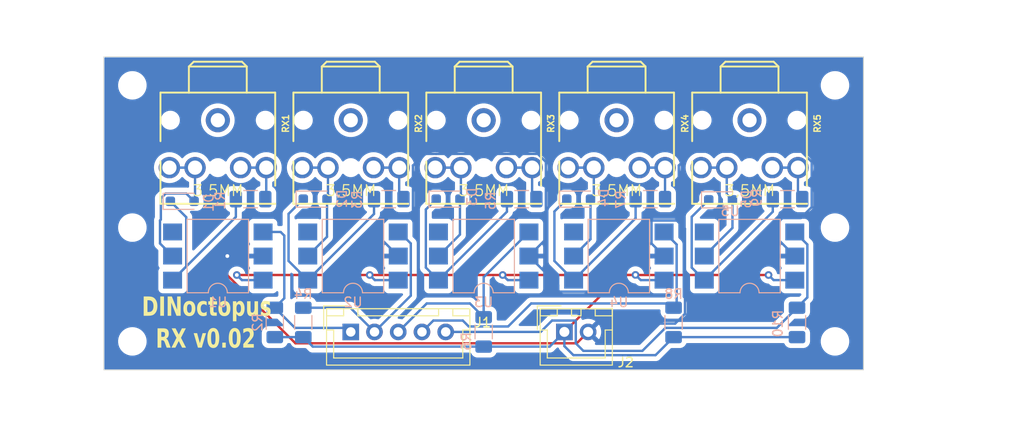
<source format=kicad_pcb>
(kicad_pcb (version 20221018) (generator pcbnew)
  (layers (0 "F.Cu" signal) (31 "B.Cu" signal) (34 "B.Paste" user) (35 "F.Paste" user) (36 "B.SilkS" user "B.Silkscreen") (37 "F.SilkS" user "F.Silkscreen") (38 "B.Mask" user) (39 "F.Mask" user) (44 "Edge.Cuts" user))
  (net 0 "")
  (net 1 "Net-(D2-K)")
  (net 2 "Net-(D2-A)")
  (net 3 "Net-(D3-K)")
  (net 4 "Net-(D3-A)")
  (net 5 "Net-(D4-K)")
  (net 6 "Net-(D4-A)")
  (net 7 "Net-(D5-K)")
  (net 8 "Net-(D5-A)")
  (net 9 "Net-(D1-K)")
  (net 10 "Net-(D1-A)")
  (net 11 "Net-(R3-Pad1)")
  (net 12 "/RX1/RX")
  (net 13 "+3V3")
  (net 14 "Net-(R5-Pad1)")
  (net 15 "/RX2/RX")
  (net 16 "Net-(R7-Pad1)")
  (net 17 "/RX3/RX")
  (net 18 "Net-(R9-Pad1)")
  (net 19 "/RX4/RX")
  (net 20 "Net-(R1-Pad1)")
  (net 21 "/RX5/RX")
  (net 32 "GND")
  (footprint "MountingHole:MountingHole_2.5mm" (layer "F.Cu") (at 125 37)
    (fp_text reference "REF**" hide)
    (fp_text value "MountingHole_2.5mm" hide)
    (pad "" np_thru_hole circle (at 0 0) (size 2.5 2.5) (drill 2.5) (layers "*.Cu" "*.Mask"))
  )
  (footprint "MountingHole:MountingHole_2.5mm" (layer "F.Cu") (at 125 49)
    (fp_text reference "REF**" hide)
    (fp_text value "MountingHole_2.5mm" hide)
    (pad "" np_thru_hole circle (at 0 0) (size 2.5 2.5) (drill 2.5) (layers "*.Cu" "*.Mask"))
  )
  (footprint "MountingHole:MountingHole_2.5mm" (layer "F.Cu") (at 199 37)
    (fp_text reference "REF**" hide)
    (fp_text value "MountingHole_2.5mm" hide)
    (pad "" np_thru_hole circle (at 0 0) (size 2.5 2.5) (drill 2.5) (layers "*.Cu" "*.Mask"))
  )
  (footprint "Adafruit MIDI FeatherWing:STX3100" (layer "F.Cu") (at 162.1 22.978 -90)
    (fp_text reference "RX3" (at 1.985 -7.38 90) (layer "F.SilkS") (effects (font (size 0.666496 0.666496) (thickness 0.146304)) (justify right bottom)))
    (fp_text value "AUDIO_STEREOJACK" hide)
    (fp_text user "3,5MM" (at 10.79 2.831) (layer "F.SilkS") (effects (font (size 1.143 1.143) (thickness 0.127)) (justify left bottom)))
    (pad "" np_thru_hole circle (at 2.7 -4.9 270) (size 1.5 1.5) (drill 1.5) (layers "*.Cu" "*.Mask"))
    (pad "" np_thru_hole circle (at 2.7 5.1 270) (size 1.5 1.5) (drill 1.5) (layers "*.Cu" "*.Mask"))
    (pad "" np_thru_hole circle (at 7.7 0.1 270) (size 1.5 1.5) (drill 1.5) (layers "*.Cu" "*.Mask"))
    (pad "1" thru_hole circle (at 2.7 0.1 270) (size 2.54 2.54) (drill 1.5) (layers "*.Cu" "*.Mask"))
    (pad "2" thru_hole circle (at 7.7 -5 270) (size 2.25 2.25) (drill 1.5) (layers "*.Cu" "*.Mask") (net 14 "Net-(R5-Pad1)"))
    (pad "3" thru_hole circle (at 7.7 -2.3 270) (size 2.25 2.25) (drill 1.5) (layers "*.Cu" "*.Mask") (net 14 "Net-(R5-Pad1)"))
    (pad "4" thru_hole circle (at 7.7 2.5 270) (size 2.25 2.25) (drill 1.5) (layers "*.Cu" "*.Mask") (net 4 "Net-(D3-A)"))
    (pad "5" thru_hole circle (at 7.7 5.2 270) (size 2.25 2.25) (drill 1.5) (layers "*.Cu" "*.Mask") (net 4 "Net-(D3-A)"))
  )
  (footprint "Connectors_JST:JST_XH_B02B-XH-A_02x2.50mm_Straight" (layer "F.Cu") (at 170.5 48)
    (fp_text reference "J2" (at 6.466182 3.21493) (layer "F.SilkS"))
    (fp_text value "PW")
    (pad "1" thru_hole rect (at 0 0) (size 1.75 1.75) (drill 1.05) (layers "*.Cu" "*.Mask") (net 13 "+3V3"))
    (pad "2" thru_hole circle (at 2.5 0) (size 1.75 1.75) (drill 1.05) (layers "*.Cu" "*.Mask") (net 32 "GND"))
  )
  (footprint "Adafruit MIDI FeatherWing:STX3100" (layer "F.Cu") (at 176.1 22.978 -90)
    (fp_text reference "RX4" (at 1.985 -7.5 90) (layer "F.SilkS") (effects (font (size 0.666496 0.666496) (thickness 0.146304)) (justify right bottom)))
    (fp_text value "AUDIO_STEREOJACK" hide)
    (fp_text user "3,5MM" (at 10.79 2.831) (layer "F.SilkS") (effects (font (size 1.143 1.143) (thickness 0.127)) (justify left bottom)))
    (pad "" np_thru_hole circle (at 2.7 -4.9 270) (size 1.5 1.5) (drill 1.5) (layers "*.Cu" "*.Mask"))
    (pad "" np_thru_hole circle (at 2.7 5.1 270) (size 1.5 1.5) (drill 1.5) (layers "*.Cu" "*.Mask"))
    (pad "" np_thru_hole circle (at 7.7 0.1 270) (size 1.5 1.5) (drill 1.5) (layers "*.Cu" "*.Mask"))
    (pad "1" thru_hole circle (at 2.7 0.1 270) (size 2.54 2.54) (drill 1.5) (layers "*.Cu" "*.Mask"))
    (pad "2" thru_hole circle (at 7.7 -5 270) (size 2.25 2.25) (drill 1.5) (layers "*.Cu" "*.Mask") (net 16 "Net-(R7-Pad1)"))
    (pad "3" thru_hole circle (at 7.7 -2.3 270) (size 2.25 2.25) (drill 1.5) (layers "*.Cu" "*.Mask") (net 16 "Net-(R7-Pad1)"))
    (pad "4" thru_hole circle (at 7.7 2.5 270) (size 2.25 2.25) (drill 1.5) (layers "*.Cu" "*.Mask") (net 6 "Net-(D4-A)"))
    (pad "5" thru_hole circle (at 7.7 5.2 270) (size 2.25 2.25) (drill 1.5) (layers "*.Cu" "*.Mask") (net 6 "Net-(D4-A)"))
  )
  (footprint "Adafruit MIDI FeatherWing:STX3100" (layer "F.Cu") (at 190.1 22.978 -90)
    (fp_text reference "RX5" (at 1.985 -7.44 90) (layer "F.SilkS") (effects (font (size 0.666496 0.666496) (thickness 0.146304)) (justify right bottom)))
    (fp_text value "AUDIO_STEREOJACK" hide)
    (fp_text user "3,5MM" (at 10.79 2.831) (layer "F.SilkS") (effects (font (size 1.143 1.143) (thickness 0.127)) (justify left bottom)))
    (pad "" np_thru_hole circle (at 2.7 -4.9 270) (size 1.5 1.5) (drill 1.5) (layers "*.Cu" "*.Mask"))
    (pad "" np_thru_hole circle (at 2.7 5.1 270) (size 1.5 1.5) (drill 1.5) (layers "*.Cu" "*.Mask"))
    (pad "" np_thru_hole circle (at 7.7 0.1 270) (size 1.5 1.5) (drill 1.5) (layers "*.Cu" "*.Mask"))
    (pad "1" thru_hole circle (at 2.7 0.1 270) (size 2.54 2.54) (drill 1.5) (layers "*.Cu" "*.Mask"))
    (pad "2" thru_hole circle (at 7.7 -5 270) (size 2.25 2.25) (drill 1.5) (layers "*.Cu" "*.Mask") (net 18 "Net-(R9-Pad1)"))
    (pad "3" thru_hole circle (at 7.7 -2.3 270) (size 2.25 2.25) (drill 1.5) (layers "*.Cu" "*.Mask") (net 18 "Net-(R9-Pad1)"))
    (pad "4" thru_hole circle (at 7.7 2.5 270) (size 2.25 2.25) (drill 1.5) (layers "*.Cu" "*.Mask") (net 8 "Net-(D5-A)"))
    (pad "5" thru_hole circle (at 7.7 5.2 270) (size 2.25 2.25) (drill 1.5) (layers "*.Cu" "*.Mask") (net 8 "Net-(D5-A)"))
  )
  (footprint "Connectors_JST:JST_XH_B05B-XH-A_05x2.50mm_Straight" (layer "F.Cu") (at 148 48)
    (fp_text reference "J1" (at 13.920143 -0.992399) (layer "F.SilkS"))
    (fp_text value "RX")
    (pad "1" thru_hole rect (at 0 0) (size 1.75 1.75) (drill 1) (layers "*.Cu" "*.Mask") (net 12 "/RX1/RX"))
    (pad "2" thru_hole circle (at 2.5 0) (size 1.75 1.75) (drill 1) (layers "*.Cu" "*.Mask") (net 15 "/RX2/RX"))
    (pad "3" thru_hole circle (at 5 0) (size 1.75 1.75) (drill 1) (layers "*.Cu" "*.Mask") (net 17 "/RX3/RX"))
    (pad "4" thru_hole circle (at 7.5 0) (size 1.75 1.75) (drill 1) (layers "*.Cu" "*.Mask") (net 19 "/RX4/RX"))
    (pad "5" thru_hole circle (at 10 0) (size 1.75 1.75) (drill 1) (layers "*.Cu" "*.Mask") (net 21 "/RX5/RX"))
  )
  (footprint "Adafruit MIDI FeatherWing:STX3100" (layer "F.Cu") (at 148.1 22.978 -90)
    (fp_text reference "RX2" (at 1.985 -7.44 90) (layer "F.SilkS") (effects (font (size 0.666496 0.666496) (thickness 0.146304)) (justify right bottom)))
    (fp_text value "AUDIO_STEREOJACK" hide)
    (fp_text user "3,5MM" (at 10.79 2.831) (layer "F.SilkS") (effects (font (size 1.143 1.143) (thickness 0.127)) (justify left bottom)))
    (pad "" np_thru_hole circle (at 2.7 -4.9 270) (size 1.5 1.5) (drill 1.5) (layers "*.Cu" "*.Mask"))
    (pad "" np_thru_hole circle (at 2.7 5.1 270) (size 1.5 1.5) (drill 1.5) (layers "*.Cu" "*.Mask"))
    (pad "" np_thru_hole circle (at 7.7 0.1 270) (size 1.5 1.5) (drill 1.5) (layers "*.Cu" "*.Mask"))
    (pad "1" thru_hole circle (at 2.7 0.1 270) (size 2.54 2.54) (drill 1.5) (layers "*.Cu" "*.Mask"))
    (pad "2" thru_hole circle (at 7.7 -5 270) (size 2.25 2.25) (drill 1.5) (layers "*.Cu" "*.Mask") (net 11 "Net-(R3-Pad1)"))
    (pad "3" thru_hole circle (at 7.7 -2.3 270) (size 2.25 2.25) (drill 1.5) (layers "*.Cu" "*.Mask") (net 11 "Net-(R3-Pad1)"))
    (pad "4" thru_hole circle (at 7.7 2.5 270) (size 2.25 2.25) (drill 1.5) (layers "*.Cu" "*.Mask") (net 2 "Net-(D2-A)"))
    (pad "5" thru_hole circle (at 7.7 5.2 270) (size 2.25 2.25) (drill 1.5) (layers "*.Cu" "*.Mask") (net 2 "Net-(D2-A)"))
  )
  (footprint "Adafruit MIDI FeatherWing:STX3100" (layer "F.Cu") (at 134.1 22.978 -90)
    (fp_text reference "RX1" (at 1.985 -7.44 90) (layer "F.SilkS") (effects (font (size 0.666496 0.666496) (thickness 0.146304)) (justify right bottom)))
    (fp_text value "AUDIO_STEREOJACK" hide)
    (fp_text user "3,5MM" (at 10.79 2.831) (layer "F.SilkS") (effects (font (size 1.143 1.143) (thickness 0.127)) (justify left bottom)))
    (pad "" np_thru_hole circle (at 2.7 -4.9 270) (size 1.5 1.5) (drill 1.5) (layers "*.Cu" "*.Mask"))
    (pad "" np_thru_hole circle (at 2.7 5.1 270) (size 1.5 1.5) (drill 1.5) (layers "*.Cu" "*.Mask"))
    (pad "" np_thru_hole circle (at 7.7 0.1 270) (size 1.5 1.5) (drill 1.5) (layers "*.Cu" "*.Mask"))
    (pad "1" thru_hole circle (at 2.7 0.1 270) (size 2.54 2.54) (drill 1.5) (layers "*.Cu" "*.Mask"))
    (pad "2" thru_hole circle (at 7.7 -5 270) (size 2.25 2.25) (drill 1.5) (layers "*.Cu" "*.Mask") (net 20 "Net-(R1-Pad1)"))
    (pad "3" thru_hole circle (at 7.7 -2.3 270) (size 2.25 2.25) (drill 1.5) (layers "*.Cu" "*.Mask") (net 20 "Net-(R1-Pad1)"))
    (pad "4" thru_hole circle (at 7.7 2.5 270) (size 2.25 2.25) (drill 1.5) (layers "*.Cu" "*.Mask") (net 10 "Net-(D1-A)"))
    (pad "5" thru_hole circle (at 7.7 5.2 270) (size 2.25 2.25) (drill 1.5) (layers "*.Cu" "*.Mask") (net 10 "Net-(D1-A)"))
  )
  (footprint "MountingHole:MountingHole_2.5mm" (layer "F.Cu") (at 125 22)
    (fp_text reference "REF**" hide)
    (fp_text value "MountingHole_2.5mm" hide)
    (pad "" np_thru_hole circle (at 0 0) (size 2.5 2.5) (drill 2.5) (layers "*.Cu" "*.Mask"))
  )
  (footprint "MountingHole:MountingHole_2.5mm" (layer "F.Cu") (at 199 49)
    (fp_text reference "REF**" hide)
    (fp_text value "MountingHole_2.5mm" hide)
    (pad "" np_thru_hole circle (at 0 0) (size 2.5 2.5) (drill 2.5) (layers "*.Cu" "*.Mask"))
  )
  (footprint "MountingHole:MountingHole_2.5mm" (layer "F.Cu") (at 199 22)
    (fp_text reference "REF**" hide)
    (fp_text value "MountingHole_2.5mm" hide)
    (pad "" np_thru_hole circle (at 0 0) (size 2.5 2.5) (drill 2.5) (layers "*.Cu" "*.Mask"))
  )
  (footprint "Package_DIP:SMDIP-6_W9.53mm" (layer "B.Cu") (at 162 40)
    (fp_text reference "U3" (at 0 4.87) (layer "B.SilkS") (effects (justify mirror)))
    (fp_text value "H11L1")
    (pad "1" smd rect (at -4.765 2.54) (size 2 1.78) (layers "B.Cu" "B.Paste" "B.Mask") (net 3 "Net-(D3-K)"))
    (pad "2" smd rect (at -4.765 0) (size 2 1.78) (layers "B.Cu" "B.Paste" "B.Mask") (net 4 "Net-(D3-A)"))
    (pad "3" smd rect (at -4.765 -2.54) (size 2 1.78) (layers "B.Cu" "B.Paste" "B.Mask"))
    (pad "4" smd rect (at 4.765 -2.54) (size 2 1.78) (layers "B.Cu" "B.Paste" "B.Mask") (net 17 "/RX3/RX"))
    (pad "5" smd rect (at 4.765 0) (size 2 1.78) (layers "B.Cu" "B.Paste" "B.Mask") (net 32 "GND"))
    (pad "6" smd rect (at 4.765 2.54) (size 2 1.78) (layers "B.Cu" "B.Paste" "B.Mask") (net 13 "+3V3"))
  )
  (footprint "Diode_SMD:D_SOD-323_HandSoldering" (layer "B.Cu") (at 144.25 34)
    (fp_text reference "D2" (at 2.830349 -0.039544 90) (layer "B.SilkS") (effects (justify mirror)))
    (fp_text value "1N4148")
    (pad "1" smd roundrect (at -1.25 0) (size 1 1) (layers "B.Cu" "B.Paste" "B.Mask") (net 1 "Net-(D2-K)"))
    (pad "2" smd roundrect (at 1.25 0) (size 1 1) (layers "B.Cu" "B.Paste" "B.Mask") (net 2 "Net-(D2-A)"))
  )
  (footprint "Package_DIP:SMDIP-6_W9.53mm" (layer "B.Cu") (at 134 40)
    (fp_text reference "U1" (at 0 4.87) (layer "B.SilkS") (effects (justify mirror)))
    (fp_text value "H11L1")
    (pad "1" smd rect (at -4.765 2.54) (size 2 1.78) (layers "B.Cu" "B.Paste" "B.Mask") (net 9 "Net-(D1-K)"))
    (pad "2" smd rect (at -4.765 0) (size 2 1.78) (layers "B.Cu" "B.Paste" "B.Mask") (net 10 "Net-(D1-A)"))
    (pad "3" smd rect (at -4.765 -2.54) (size 2 1.78) (layers "B.Cu" "B.Paste" "B.Mask"))
    (pad "4" smd rect (at 4.765 -2.54) (size 2 1.78) (layers "B.Cu" "B.Paste" "B.Mask") (net 12 "/RX1/RX"))
    (pad "5" smd rect (at 4.765 0) (size 2 1.78) (layers "B.Cu" "B.Paste" "B.Mask") (net 32 "GND"))
    (pad "6" smd rect (at 4.765 2.54) (size 2 1.78) (layers "B.Cu" "B.Paste" "B.Mask") (net 13 "+3V3"))
  )
  (footprint "Package_DIP:SMDIP-6_W9.53mm" (layer "B.Cu") (at 190 40)
    (fp_text reference "U5" (at -2.040928 -4.730733) (layer "B.SilkS") (effects (justify mirror)))
    (fp_text value "H11L1")
    (pad "1" smd rect (at -4.765 2.54) (size 2 1.78) (layers "B.Cu" "B.Paste" "B.Mask") (net 7 "Net-(D5-K)"))
    (pad "2" smd rect (at -4.765 0) (size 2 1.78) (layers "B.Cu" "B.Paste" "B.Mask") (net 8 "Net-(D5-A)"))
    (pad "3" smd rect (at -4.765 -2.54) (size 2 1.78) (layers "B.Cu" "B.Paste" "B.Mask"))
    (pad "4" smd rect (at 4.765 -2.54) (size 2 1.78) (layers "B.Cu" "B.Paste" "B.Mask") (net 21 "/RX5/RX"))
    (pad "5" smd rect (at 4.765 0) (size 2 1.78) (layers "B.Cu" "B.Paste" "B.Mask") (net 32 "GND"))
    (pad "6" smd rect (at 4.765 2.54) (size 2 1.78) (layers "B.Cu" "B.Paste" "B.Mask") (net 13 "+3V3"))
  )
  (footprint "Resistor_SMD:R_1206_3216Metric_Pad1.30x1.75mm_HandSolder" (layer "B.Cu") (at 137.45 34 180)
    (fp_text reference "R1" (at 3.197619 -0.141416 90) (layer "B.SilkS") (effects (justify mirror)))
    (fp_text value "220")
    (pad "1" smd roundrect (at -1.55 0 180) (size 1.3 1.75) (layers "B.Cu" "B.Paste" "B.Mask") (roundrect_rratio 0.1923076923) (net 20 "Net-(R1-Pad1)"))
    (pad "2" smd roundrect (at 1.55 0 180) (size 1.3 1.75) (layers "B.Cu" "B.Paste" "B.Mask") (roundrect_rratio 0.1923076923) (net 9 "Net-(D1-K)"))
  )
  (footprint "Package_DIP:SMDIP-6_W9.53mm" (layer "B.Cu") (at 148.235 40)
    (fp_text reference "U2" (at 0 4.87) (layer "B.SilkS") (effects (justify mirror)))
    (fp_text value "H11L1")
    (pad "1" smd rect (at -4.765 2.54) (size 2 1.78) (layers "B.Cu" "B.Paste" "B.Mask") (net 1 "Net-(D2-K)"))
    (pad "2" smd rect (at -4.765 0) (size 2 1.78) (layers "B.Cu" "B.Paste" "B.Mask") (net 2 "Net-(D2-A)"))
    (pad "3" smd rect (at -4.765 -2.54) (size 2 1.78) (layers "B.Cu" "B.Paste" "B.Mask"))
    (pad "4" smd rect (at 4.765 -2.54) (size 2 1.78) (layers "B.Cu" "B.Paste" "B.Mask") (net 15 "/RX2/RX"))
    (pad "5" smd rect (at 4.765 0) (size 2 1.78) (layers "B.Cu" "B.Paste" "B.Mask") (net 32 "GND"))
    (pad "6" smd rect (at 4.765 2.54) (size 2 1.78) (layers "B.Cu" "B.Paste" "B.Mask") (net 13 "+3V3"))
  )
  (footprint "Resistor_SMD:R_1206_3216Metric_Pad1.30x1.75mm_HandSolder" (layer "B.Cu") (at 166 34 180)
    (fp_text reference "R5" (at 3.257573 -0.170436 90) (layer "B.SilkS") (effects (justify mirror)))
    (fp_text value "220")
    (pad "1" smd roundrect (at -1.55 0 180) (size 1.3 1.75) (layers "B.Cu" "B.Paste" "B.Mask") (roundrect_rratio 0.1923076923) (net 14 "Net-(R5-Pad1)"))
    (pad "2" smd roundrect (at 1.55 0 180) (size 1.3 1.75) (layers "B.Cu" "B.Paste" "B.Mask") (roundrect_rratio 0.1923076923) (net 3 "Net-(D3-K)"))
  )
  (footprint "Diode_SMD:D_SOD-323_HandSoldering" (layer "B.Cu") (at 172 34)
    (fp_text reference "D4" (at 2.647766 -0.151745 90) (layer "B.SilkS") (effects (justify mirror)))
    (fp_text value "1N4148")
    (pad "1" smd roundrect (at -1.25 0) (size 1 1) (layers "B.Cu" "B.Paste" "B.Mask") (net 5 "Net-(D4-K)"))
    (pad "2" smd roundrect (at 1.25 0) (size 1 1) (layers "B.Cu" "B.Paste" "B.Mask") (net 6 "Net-(D4-A)"))
  )
  (footprint "Resistor_SMD:R_1206_3216Metric_Pad1.30x1.75mm_HandSolder" (layer "B.Cu") (at 179.55 34 180)
    (fp_text reference "R7" (at 3.097557 -0.030703 90) (layer "B.SilkS") (effects (justify mirror)))
    (fp_text value "220")
    (pad "1" smd roundrect (at -1.55 0 180) (size 1.3 1.75) (layers "B.Cu" "B.Paste" "B.Mask") (roundrect_rratio 0.1923076923) (net 16 "Net-(R7-Pad1)"))
    (pad "2" smd roundrect (at 1.55 0 180) (size 1.3 1.75) (layers "B.Cu" "B.Paste" "B.Mask") (roundrect_rratio 0.1923076923) (net 5 "Net-(D4-K)"))
  )
  (footprint "Diode_SMD:D_SOD-323_HandSoldering" (layer "B.Cu") (at 158.25 34)
    (fp_text reference "D3" (at 2.526525 -0.243779 90) (layer "B.SilkS") (effects (justify mirror)))
    (fp_text value "1N4148")
    (pad "1" smd roundrect (at -1.25 0) (size 1 1) (layers "B.Cu" "B.Paste" "B.Mask") (net 3 "Net-(D3-K)"))
    (pad "2" smd roundrect (at 1.25 0) (size 1 1) (layers "B.Cu" "B.Paste" "B.Mask") (net 4 "Net-(D3-A)"))
  )
  (footprint "Diode_SMD:D_SOD-323_HandSoldering" (layer "B.Cu") (at 130.25 34.228809)
    (fp_text reference "D1" (at 2.791746 0.147468 90) (layer "B.SilkS") (effects (justify mirror)))
    (fp_text value "1N4148")
    (pad "1" smd roundrect (at -1.25 0) (size 1 1) (layers "B.Cu" "B.Paste" "B.Mask") (net 9 "Net-(D1-K)"))
    (pad "2" smd roundrect (at 1.25 0) (size 1 1) (layers "B.Cu" "B.Paste" "B.Mask") (net 10 "Net-(D1-A)"))
  )
  (footprint "Resistor_SMD:R_1206_3216Metric_Pad1.30x1.75mm_HandSolder" (layer "B.Cu") (at 143 47 -90)
    (fp_text reference "R4" (at -3 0) (layer "B.SilkS") (effects (justify mirror)))
    (fp_text value "470")
    (pad "1" smd roundrect (at -1.55 0 270) (size 1.3 1.75) (layers "B.Cu" "B.Paste" "B.Mask") (roundrect_rratio 0.1923076923) (net 15 "/RX2/RX"))
    (pad "2" smd roundrect (at 1.55 0 270) (size 1.3 1.75) (layers "B.Cu" "B.Paste" "B.Mask") (roundrect_rratio 0.1923076923) (net 13 "+3V3"))
  )
  (footprint "Resistor_SMD:R_1206_3216Metric_Pad1.30x1.75mm_HandSolder" (layer "B.Cu") (at 140 47 -90)
    (fp_text reference "R2" (at 0 1.82 90) (layer "B.SilkS") (effects (justify mirror)))
    (fp_text value "470")
    (pad "1" smd roundrect (at -1.55 0 270) (size 1.3 1.75) (layers "B.Cu" "B.Paste" "B.Mask") (roundrect_rratio 0.1923076923) (net 12 "/RX1/RX"))
    (pad "2" smd roundrect (at 1.55 0 270) (size 1.3 1.75) (layers "B.Cu" "B.Paste" "B.Mask") (roundrect_rratio 0.1923076923) (net 13 "+3V3"))
  )
  (footprint "Resistor_SMD:R_1206_3216Metric_Pad1.30x1.75mm_HandSolder" (layer "B.Cu") (at 194 34 180)
    (fp_text reference "R9" (at 3.243819 0.163245 90) (layer "B.SilkS") (effects (justify mirror)))
    (fp_text value "220")
    (pad "1" smd roundrect (at -1.55 0 180) (size 1.3 1.75) (layers "B.Cu" "B.Paste" "B.Mask") (roundrect_rratio 0.1923076923) (net 18 "Net-(R9-Pad1)"))
    (pad "2" smd roundrect (at 1.55 0 180) (size 1.3 1.75) (layers "B.Cu" "B.Paste" "B.Mask") (roundrect_rratio 0.1923076923) (net 7 "Net-(D5-K)"))
  )
  (footprint "Resistor_SMD:R_1206_3216Metric_Pad1.30x1.75mm_HandSolder" (layer "B.Cu") (at 152 34 180)
    (fp_text reference "R3" (at 3.338125 -0.049589 90) (layer "B.SilkS") (effects (justify mirror)))
    (fp_text value "220")
    (pad "1" smd roundrect (at -1.55 0 180) (size 1.3 1.75) (layers "B.Cu" "B.Paste" "B.Mask") (roundrect_rratio 0.1923076923) (net 11 "Net-(R3-Pad1)"))
    (pad "2" smd roundrect (at 1.55 0 180) (size 1.3 1.75) (layers "B.Cu" "B.Paste" "B.Mask") (roundrect_rratio 0.1923076923) (net 1 "Net-(D2-K)"))
  )
  (footprint "Package_DIP:SMDIP-6_W9.53mm" (layer "B.Cu") (at 176.235 40)
    (fp_text reference "U4" (at 0 4.87) (layer "B.SilkS") (effects (justify mirror)))
    (fp_text value "H11L1")
    (pad "1" smd rect (at -4.765 2.54) (size 2 1.78) (layers "B.Cu" "B.Paste" "B.Mask") (net 5 "Net-(D4-K)"))
    (pad "2" smd rect (at -4.765 0) (size 2 1.78) (layers "B.Cu" "B.Paste" "B.Mask") (net 6 "Net-(D4-A)"))
    (pad "3" smd rect (at -4.765 -2.54) (size 2 1.78) (layers "B.Cu" "B.Paste" "B.Mask"))
    (pad "4" smd rect (at 4.765 -2.54) (size 2 1.78) (layers "B.Cu" "B.Paste" "B.Mask") (net 19 "/RX4/RX"))
    (pad "5" smd rect (at 4.765 0) (size 2 1.78) (layers "B.Cu" "B.Paste" "B.Mask") (net 32 "GND"))
    (pad "6" smd rect (at 4.765 2.54) (size 2 1.78) (layers "B.Cu" "B.Paste" "B.Mask") (net 13 "+3V3"))
  )
  (footprint "Resistor_SMD:R_1206_3216Metric_Pad1.30x1.75mm_HandSolder" (layer "B.Cu") (at 182 47 -90)
    (fp_text reference "R8" (at -3 0) (layer "B.SilkS") (effects (justify mirror)))
    (fp_text value "470")
    (pad "1" smd roundrect (at -1.55 0 270) (size 1.3 1.75) (layers "B.Cu" "B.Paste" "B.Mask") (roundrect_rratio 0.1923076923) (net 19 "/RX4/RX"))
    (pad "2" smd roundrect (at 1.55 0 270) (size 1.3 1.75) (layers "B.Cu" "B.Paste" "B.Mask") (roundrect_rratio 0.1923076923) (net 13 "+3V3"))
  )
  (footprint "Resistor_SMD:R_1206_3216Metric_Pad1.30x1.75mm_HandSolder" (layer "B.Cu") (at 195 47 -90)
    (fp_text reference "R10" (at 0.121054 2.023427 90) (layer "B.SilkS") (effects (justify mirror)))
    (fp_text value "470")
    (pad "1" smd roundrect (at -1.55 0 270) (size 1.3 1.75) (layers "B.Cu" "B.Paste" "B.Mask") (roundrect_rratio 0.1923076923) (net 21 "/RX5/RX"))
    (pad "2" smd roundrect (at 1.55 0 270) (size 1.3 1.75) (layers "B.Cu" "B.Paste" "B.Mask") (roundrect_rratio 0.1923076923) (net 13 "+3V3"))
  )
  (footprint "Resistor_SMD:R_1206_3216Metric_Pad1.30x1.75mm_HandSolder" (layer "B.Cu") (at 162 48 -90)
    (fp_text reference "R6" (at 1 1.82 90) (layer "B.SilkS") (effects (justify mirror)))
    (fp_text value "470")
    (pad "1" smd roundrect (at -1.55 0 270) (size 1.3 1.75) (layers "B.Cu" "B.Paste" "B.Mask") (roundrect_rratio 0.1923076923) (net 17 "/RX3/RX"))
    (pad "2" smd roundrect (at 1.55 0 270) (size 1.3 1.75) (layers "B.Cu" "B.Paste" "B.Mask") (roundrect_rratio 0.1923076923) (net 13 "+3V3"))
  )
  (footprint "Diode_SMD:D_SOD-323_HandSoldering" (layer "B.Cu") (at 186.951776 34.072617)
    (fp_text reference "D5" (at 2.723358 -0.071753 90) (layer "B.SilkS") (effects (justify mirror)))
    (fp_text value "1N4148")
    (pad "1" smd roundrect (at -1.25 0) (size 1 1) (layers "B.Cu" "B.Paste" "B.Mask") (net 7 "Net-(D5-K)"))
    (pad "2" smd roundrect (at 1.25 0) (size 1 1) (layers "B.Cu" "B.Paste" "B.Mask") (net 8 "Net-(D5-A)"))
  )
  (gr_rect (start 122 19) (end 202 52) (stroke (width 0.1)) (fill none) (layer "Edge.Cuts"))
  (gr_text "DINoctopus \n  RX v0.02" (at 126 50) (layer "F.SilkS") (effects (font (size 2 1.5)) (justify left bottom)))
  (segment (start 150.45 35.56) (end 150.45 34) (width 0.25) (layer "B.Cu") (net 1))
  (segment (start 141.45 35.55) (end 141.45 40.52) (width 0.25) (layer "B.Cu") (net 1))
  (segment (start 143 34) (end 141.45 35.55) (width 0.25) (layer "B.Cu") (net 1))
  (segment (start 141.45 40.52) (end 143.47 42.54) (width 0.25) (layer "B.Cu") (net 1))
  (segment (start 143.47 42.54) (end 150.45 35.56) (width 0.25) (layer "B.Cu") (net 1))
  (segment (start 145.5 34) (end 145.5 37.97) (width 0.25) (layer "B.Cu") (net 2))
  (segment (start 145.6 30.678) (end 145.6 33.9) (width 0.25) (layer "B.Cu") (net 2))
  (segment (start 145.5 37.97) (end 143.47 40) (width 0.25) (layer "B.Cu") (net 2))
  (segment (start 145.6 33.9) (end 145.5 34) (width 0.25) (layer "B.Cu") (net 2))
  (segment (start 142.9 30.678) (end 145.6 30.678) (width 0.25) (layer "B.Cu") (net 2))
  (segment (start 164.45 35.325) (end 164.45 34) (width 0.25) (layer "B.Cu") (net 3))
  (segment (start 155.91 41.215) (end 157.235 42.54) (width 0.25) (layer "B.Cu") (net 3))
  (segment (start 157 34) (end 155.91 35.09) (width 0.25) (layer "B.Cu") (net 3))
  (segment (start 157.235 42.54) (end 164.45 35.325) (width 0.25) (layer "B.Cu") (net 3))
  (segment (start 155.91 35.09) (end 155.91 41.215) (width 0.25) (layer "B.Cu") (net 3))
  (segment (start 159.5 37.735) (end 159.5 34) (width 0.25) (layer "B.Cu") (net 4))
  (segment (start 156.9 30.678) (end 159.6 30.678) (width 0.25) (layer "B.Cu") (net 4))
  (segment (start 159.6 33.9) (end 159.5 34) (width 0.25) (layer "B.Cu") (net 4))
  (segment (start 157.235 40) (end 159.5 37.735) (width 0.25) (layer "B.Cu") (net 4))
  (segment (start 159.6 30.678) (end 159.6 33.9) (width 0.25) (layer "B.Cu") (net 4))
  (segment (start 169.45 35.3) (end 169.45 40.52) (width 0.25) (layer "B.Cu") (net 5))
  (segment (start 178 36.01) (end 178 34) (width 0.25) (layer "B.Cu") (net 5))
  (segment (start 170.75 34) (end 169.45 35.3) (width 0.25) (layer "B.Cu") (net 5))
  (segment (start 171.47 42.54) (end 178 36.01) (width 0.25) (layer "B.Cu") (net 5))
  (segment (start 169.45 40.52) (end 171.47 42.54) (width 0.25) (layer "B.Cu") (net 5))
  (segment (start 173.6 30.678) (end 173.6 33.65) (width 0.25) (layer "B.Cu") (net 6))
  (segment (start 173.25 38.22) (end 171.47 40) (width 0.25) (layer "B.Cu") (net 6))
  (segment (start 173.25 34) (end 173.25 38.22) (width 0.25) (layer "B.Cu") (net 6))
  (segment (start 170.9 30.678) (end 173.6 30.678) (width 0.25) (layer "B.Cu") (net 6))
  (segment (start 173.6 33.65) (end 173.25 34) (width 0.25) (layer "B.Cu") (net 6))
  (segment (start 185.235 42.54) (end 192.45 35.325) (width 0.25) (layer "B.Cu") (net 7))
  (segment (start 183.91 41.215) (end 183.91 35.864393) (width 0.25) (layer "B.Cu") (net 7))
  (segment (start 192.45 35.325) (end 192.45 34) (width 0.25) (layer "B.Cu") (net 7))
  (segment (start 183.91 35.864393) (end 185.701776 34.072617) (width 0.25) (layer "B.Cu") (net 7))
  (segment (start 185.235 42.54) (end 183.91 41.215) (width 0.25) (layer "B.Cu") (net 7))
  (segment (start 188.201776 34.072617) (end 188.201776 37.033224) (width 0.25) (layer "B.Cu") (net 8))
  (segment (start 187.6 30.678) (end 187.6 33.470841) (width 0.25) (layer "B.Cu") (net 8))
  (segment (start 188.201776 37.033224) (end 185.235 40) (width 0.25) (layer "B.Cu") (net 8))
  (segment (start 187.6 33.470841) (end 188.201776 34.072617) (width 0.25) (layer "B.Cu") (net 8))
  (segment (start 184.9 30.678) (end 187.6 30.678) (width 0.25) (layer "B.Cu") (net 8))
  (segment (start 130.675 35.903809) (end 129 34.228809) (width 0.25) (layer "B.Cu") (net 9))
  (segment (start 135.9 35.875) (end 135.9 34) (width 0.25) (layer "B.Cu") (net 9))
  (segment (start 130.675 41.1) (end 130.675 35.903809) (width 0.25) (layer "B.Cu") (net 9))
  (segment (start 129.235 42.54) (end 130.675 41.1) (width 0.25) (layer "B.Cu") (net 9))
  (segment (start 129.235 42.54) (end 135.9 35.875) (width 0.25) (layer "B.Cu") (net 9))
  (segment (start 128 36.155) (end 127.91 36.245) (width 0.25) (layer "B.Cu") (net 10))
  (segment (start 127.91 36.245) (end 127.91 38.675) (width 0.25) (layer "B.Cu") (net 10))
  (segment (start 128.511827 33.403809) (end 128 33.915636) (width 0.25) (layer "B.Cu") (net 10))
  (segment (start 127.91 38.675) (end 129.235 40) (width 0.25) (layer "B.Cu") (net 10))
  (segment (start 131.5 34.228809) (end 130.675 33.403809) (width 0.25) (layer "B.Cu") (net 10))
  (segment (start 131.6 34.128809) (end 131.5 34.228809) (width 0.25) (layer "B.Cu") (net 10))
  (segment (start 128.9 30.678) (end 131.6 30.678) (width 0.25) (layer "B.Cu") (net 10))
  (segment (start 130.675 33.403809) (end 128.511827 33.403809) (width 0.25) (layer "B.Cu") (net 10))
  (segment (start 131.6 30.678) (end 131.6 34.128809) (width 0.25) (layer "B.Cu") (net 10))
  (segment (start 128 33.915636) (end 128 36.155) (width 0.25) (layer "B.Cu") (net 10))
  (segment (start 153.1 33.55) (end 153.55 34) (width 0.25) (layer "B.Cu") (net 11))
  (segment (start 153.1 30.678) (end 153.1 33.55) (width 0.25) (layer "B.Cu") (net 11))
  (segment (start 150.4 30.678) (end 153.1 30.678) (width 0.25) (layer "B.Cu") (net 11))
  (segment (start 141 44.45) (end 140 45.45) (width 0.25) (layer "B.Cu") (net 12))
  (segment (start 138.765 37.46) (end 140.6125 37.46) (width 0.25) (layer "B.Cu") (net 12))
  (segment (start 141 37.8475) (end 141 44.45) (width 0.25) (layer "B.Cu") (net 12))
  (segment (start 140.6125 37.46) (end 141 37.8475) (width 0.25) (layer "B.Cu") (net 12))
  (segment (start 142.125 47.575) (end 147.575 47.575) (width 0.25) (layer "B.Cu") (net 12))
  (segment (start 147.575 47.575) (end 148 48) (width 0.25) (layer "B.Cu") (net 12))
  (segment (start 140 45.45) (end 142.125 47.575) (width 0.25) (layer "B.Cu") (net 12))
  (segment (start 176.512299 41.987701) (end 170.5 48) (width 0.25) (layer "F.Cu") (net 13))
  (segment (start 178 42) (end 192 42) (width 0.25) (layer "F.Cu") (net 13))
  (segment (start 150 42) (end 164 42) (width 0.25) (layer "F.Cu") (net 13))
  (segment (start 136 42) (end 150 42) (width 0.25) (layer "F.Cu") (net 13))
  (segment (start 164 42) (end 177.975402 42) (width 0.25) (layer "F.Cu") (net 13))
  (segment (start 177.987701 41.987701) (end 178 42) (width 0.25) (layer "F.Cu") (net 13))
  (segment (start 177.975402 42) (end 177.987701 41.987701) (width 0.25) (layer "F.Cu") (net 13))
  (segment (start 177.987701 41.987701) (end 176.512299 41.987701) (width 0.25) (layer "F.Cu") (net 13))
  (via (at 150 42) (size 0.8) (drill 0.4) (layers "F.Cu" "B.Cu") (net 13))
  (via (at 136 42) (size 0.8) (drill 0.4) (layers "F.Cu" "B.Cu") (net 13))
  (via (at 164 42) (size 0.8) (drill 0.4) (layers "F.Cu" "B.Cu") (net 13))
  (via (at 177.987701 41.987701) (size 0.8) (drill 0.4) (layers "F.Cu" "B.Cu") (net 13))
  (via (at 192 42) (size 0.8) (drill 0.4) (layers "F.Cu" "B.Cu") (net 13))
  (segment (start 143 48.55) (end 140 48.55) (width 0.25) (layer "B.Cu") (net 13))
  (segment (start 164 42) (end 164.54 42.54) (width 0.25) (layer "B.Cu") (net 13))
  (segment (start 170.5 49.5) (end 170.5 48) (width 0.25) (layer "B.Cu") (net 13))
  (segment (start 171.45 50.45) (end 170.5 49.5) (width 0.25) (layer "B.Cu") (net 13))
  (segment (start 182 48.55) (end 180.1 50.45) (width 0.25) (layer "B.Cu") (net 13))
  (segment (start 195 48.55) (end 182 48.55) (width 0.25) (layer "B.Cu") (net 13))
  (segment (start 192 42) (end 192.54 42.54) (width 0.25) (layer "B.Cu") (net 13))
  (segment (start 177.987701 41.987701) (end 178.54 42.54) (width 0.25) (layer "B.Cu") (net 13))
  (segment (start 170.5 48) (end 168.95 49.55) (width 0.25) (layer "B.Cu") (net 13))
  (segment (start 178.54 42.54) (end 181 42.54) (width 0.25) (layer "B.Cu") (net 13))
  (segment (start 144 49.55) (end 143 48.55) (width 0.25) (layer "B.Cu") (net 13))
  (segment (start 150.54 42.54) (end 153 42.54) (width 0.25) (layer "B.Cu") (net 13))
  (segment (start 150 42) (end 150.54 42.54) (width 0.25) (layer "B.Cu") (net 13))
  (segment (start 136.54 42.54) (end 136 42) (width 0.25) (layer "B.Cu") (net 13))
  (segment (start 162 49.55) (end 144 49.55) (width 0.25) (layer "B.Cu") (net 13))
  (segment (start 138.765 42.54) (end 136.54 42.54) (width 0.25) (layer "B.Cu") (net 13))
  (segment (start 164.54 42.54) (end 166.765 42.54) (width 0.25) (layer "B.Cu") (net 13))
  (segment (start 168.95 49.55) (end 162 49.55) (width 0.25) (layer "B.Cu") (net 13))
  (segment (start 192.54 42.54) (end 194.765 42.54) (width 0.25) (layer "B.Cu") (net 13))
  (segment (start 180.1 50.45) (end 171.45 50.45) (width 0.25) (layer "B.Cu") (net 13))
  (segment (start 167.1 30.678) (end 167.1 33.55) (width 0.25) (layer "B.Cu") (net 14))
  (segment (start 167.1 33.55) (end 167.55 34) (width 0.25) (layer "B.Cu") (net 14))
  (segment (start 164.4 30.678) (end 167.1 30.678) (width 0.25) (layer "B.Cu") (net 14))
  (segment (start 153.11 37.46) (end 154.325 38.675) (width 0.25) (layer "B.Cu") (net 15))
  (segment (start 154.325 38.675) (end 154.325 44.175) (width 0.25) (layer "B.Cu") (net 15))
  (segment (start 153 37.46) (end 153.11 37.46) (width 0.25) (layer "B.Cu") (net 15))
  (segment (start 154.325 44.175) (end 150.5 48) (width 0.25) (layer "B.Cu") (net 15))
  (segment (start 143 45.45) (end 147.95 45.45) (width 0.25) (layer "B.Cu") (net 15))
  (segment (start 147.95 45.45) (end 150.5 48) (width 0.25) (layer "B.Cu") (net 15))
  (segment (start 181.1 30.678) (end 181.1 34) (width 0.25) (layer "B.Cu") (net 16))
  (segment (start 178.4 30.678) (end 181.1 30.678) (width 0.25) (layer "B.Cu") (net 16))
  (segment (start 153 48) (end 156 45) (width 0.25) (layer "B.Cu") (net 17))
  (segment (start 162 42.225) (end 162 46.45) (width 0.25) (layer "B.Cu") (net 17))
  (segment (start 166.765 37.46) (end 162 42.225) (width 0.25) (layer "B.Cu") (net 17))
  (segment (start 160.55 45) (end 162 46.45) (width 0.25) (layer "B.Cu") (net 17))
  (segment (start 156 45) (end 160.55 45) (width 0.25) (layer "B.Cu") (net 17))
  (segment (start 195.1 30.678) (end 195.1 33.55) (width 0.25) (layer "B.Cu") (net 18))
  (segment (start 192.4 30.678) (end 195.1 30.678) (width 0.25) (layer "B.Cu") (net 18))
  (segment (start 195.1 33.55) (end 195.55 34) (width 0.25) (layer "B.Cu") (net 18))
  (segment (start 181.55 45) (end 182 45.45) (width 0.25) (layer "B.Cu") (net 19))
  (segment (start 156.7 46.8) (end 159.8 46.8) (width 0.25) (layer "B.Cu") (net 19))
  (segment (start 182.325 45) (end 181.55 45) (width 0.25) (layer "B.Cu") (net 19))
  (segment (start 164.575 47.425) (end 167 45) (width 0.25) (layer "B.Cu") (net 19))
  (segment (start 167 45) (end 181.55 45) (width 0.25) (layer "B.Cu") (net 19))
  (segment (start 155.5 48) (end 156.7 46.8) (width 0.25) (layer "B.Cu") (net 19))
  (segment (start 182.325 38.785) (end 182.325 45) (width 0.25) (layer "B.Cu") (net 19))
  (segment (start 160.425 47.425) (end 164.575 47.425) (width 0.25) (layer "B.Cu") (net 19))
  (segment (start 159.8 46.8) (end 160.425 47.425) (width 0.25) (layer "B.Cu") (net 19))
  (segment (start 181 37.46) (end 182.325 38.785) (width 0.25) (layer "B.Cu") (net 19))
  (segment (start 136.4 30.678) (end 139.1 30.678) (width 0.25) (layer "B.Cu") (net 20))
  (segment (start 139.1 30.678) (end 139.1 33.9) (width 0.25) (layer "B.Cu") (net 20))
  (segment (start 139.1 33.9) (end 139 34) (width 0.25) (layer "B.Cu") (net 20))
  (segment (start 169.2 46.8) (end 171.7 46.8) (width 0.25) (layer "B.Cu") (net 21))
  (segment (start 196.09 44.36) (end 195 45.45) (width 0.25) (layer "B.Cu") (net 21))
  (segment (start 158 48) (end 168 48) (width 0.25) (layer "B.Cu") (net 21))
  (segment (start 171.7 46.8) (end 171.7 49.2) (width 0.25) (layer "B.Cu") (net 21))
  (segment (start 178.711827 50) (end 181.136827 47.575) (width 0.25) (layer "B.Cu") (net 21))
  (segment (start 196.09 38.785) (end 196.09 44.36) (width 0.25) (layer "B.Cu") (net 21))
  (segment (start 181.136827 47.575) (end 192.875 47.575) (width 0.25) (layer "B.Cu") (net 21))
  (segment (start 194.765 37.46) (end 196.09 38.785) (width 0.25) (layer "B.Cu") (net 21))
  (segment (start 172.5 50) (end 178.711827 50) (width 0.25) (layer "B.Cu") (net 21))
  (segment (start 192.875 47.575) (end 195 45.45) (width 0.25) (layer "B.Cu") (net 21))
  (segment (start 171.7 49.2) (end 172.5 50) (width 0.25) (layer "B.Cu") (net 21))
  (segment (start 168 48) (end 169.2 46.8) (width 0.25) (layer "B.Cu") (net 21))
  (segment (start 135 42.025305) (end 135 40) (width 0.25) (layer "F.Cu") (net 32))
  (segment (start 171.8 49.2) (end 142.174695 49.2) (width 0.25) (layer "F.Cu") (net 32))
  (segment (start 142.174695 49.2) (end 135 42.025305) (width 0.25) (layer "F.Cu") (net 32))
  (segment (start 173 48) (end 171.8 49.2) (width 0.25) (layer "F.Cu") (net 32))
  (via (at 135 40) (size 0.8) (drill 0.4) (layers "F.Cu" "B.Cu") (net 32))
  (segment (start 157 29.228) (end 155.772 29.228) (width 0.25) (layer "B.Cu") (net 32))
  (segment (start 184 29) (end 182.55 30.45) (width 0.25) (layer "B.Cu") (net 32))
  (segment (start 168.55 38.215) (end 168.55 30.07739) (width 0.25) (layer "B.Cu") (net 32))
  (segment (start 182.55 36.245) (end 179.675 36.245) (width 0.25) (layer "B.Cu") (net 32))
  (segment (start 151 36.92) (end 151 38) (width 0.25) (layer "B.Cu") (net 32))
  (segment (start 181 40) (end 179.675 38.675) (width 0.25) (layer "B.Cu") (net 32))
  (segment (start 181 40) (end 178 40) (width 0.25) (layer "B.Cu") (net 32))
  (segment (start 151 38) (end 153 40) (width 0.25) (layer "B.Cu") (net 32))
  (segment (start 135 40) (end 138.765 40) (width 0.25) (layer "B.Cu") (net 32))
  (segment (start 169.845 43.755) (end 169.845 43.08) (width 0.25) (layer "B.Cu") (net 32))
  (segment (start 183.2 46.088173) (end 182.163173 47.125) (width 0.25) (layer "B.Cu") (net 32))
  (segment (start 193 38.235) (end 193 36) (width 0.25) (layer "B.Cu") (net 32))
  (segment (start 179.675 38.675) (end 179.675 36.245) (width 0.25) (layer "B.Cu") (net 32))
  (segment (start 169.845 43.08) (end 166.765 40) (width 0.25) (layer "B.Cu") (net 32))
  (segment (start 182.325 36.245) (end 183.2 37.12) (width 0.25) (layer "B.Cu") (net 32))
  (segment (start 182.163173 47.125) (end 173.875 47.125) (width 0.25) (layer "B.Cu") (net 32))
  (segment (start 173.875 47.125) (end 173 48) (width 0.25) (layer "B.Cu") (net 32))
  (segment (start 167.70061 29.228) (end 158 29.228) (width 0.25) (layer "B.Cu") (net 32))
  (segment (start 196.55 34.838173) (end 196.55 30.07739) (width 0.25) (layer "B.Cu") (net 32))
  (segment (start 195.388173 36) (end 196.55 34.838173) (width 0.25) (layer "B.Cu") (net 32))
  (segment (start 195.47261 29) (end 184 29) (width 0.25) (layer "B.Cu") (net 32))
  (segment (start 183.2 37.12) (end 183.2 46.088173) (width 0.25) (layer "B.Cu") (net 32))
  (segment (start 194.765 40) (end 193 38.235) (width 0.25) (layer "B.Cu") (net 32))
  (segment (start 178 40) (end 174.245 43.755) (width 0.25) (layer "B.Cu") (net 32))
  (segment (start 154.55 36.02) (end 151.9 36.02) (width 0.25) (layer "B.Cu") (net 32))
  (segment (start 168.55 30.07739) (end 167.70061 29.228) (width 0.25) (layer "B.Cu") (net 32))
  (segment (start 166.765 40) (end 168.55 38.215) (width 0.25) (layer "B.Cu") (net 32))
  (segment (start 182.55 30.45) (end 182.55 36.245) (width 0.25) (layer "B.Cu") (net 32))
  (segment (start 193 36) (end 195.388173 36) (width 0.25) (layer "B.Cu") (net 32))
  (segment (start 151.9 36.02) (end 151 36.92) (width 0.25) (layer "B.Cu") (net 32))
  (segment (start 155.772 29.228) (end 154.55 30.45) (width 0.25) (layer "B.Cu") (net 32))
  (segment (start 154.55 30.45) (end 154.55 36.02) (width 0.25) (layer "B.Cu") (net 32))
  (segment (start 196.55 30.07739) (end 195.47261 29) (width 0.25) (layer "B.Cu") (net 32))
  (segment (start 158 29.228) (end 157 29.228) (width 0.25) (layer "B.Cu") (net 32))
  (segment (start 179.675 36.245) (end 182.325 36.245) (width 0.25) (layer "B.Cu") (net 32))
  (segment (start 174.245 43.755) (end 169.845 43.755) (width 0.25) (layer "B.Cu") (net 32))
  (zone (net 32) (net_name "GND") (layer "B.Cu") (connect_pads (clearance 0.5)) (min_thickness 0.25) (fill yes (thermal_gap 0.5) (thermal_bridge_width 0.5))
    (polygon (pts (xy 122 19) (xy 122 52) (xy 202 52) (xy 202 19)))
  )
)
</source>
